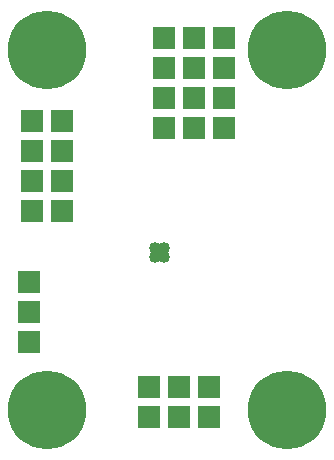
<source format=gbr>
G75*
%MOIN*%
%OFA0B0*%
%FSLAX25Y25*%
%IPPOS*%
%LPD*%
%AMOC8*
5,1,8,0,0,1.08239X$1,22.5*
%
%ADD10R,0.07300X0.07300*%
%ADD11C,0.26200*%
%ADD12C,0.03981*%
D10*
X0020350Y0051600D03*
X0020350Y0061600D03*
X0020350Y0071600D03*
X0021600Y0095350D03*
X0021600Y0105350D03*
X0031600Y0105350D03*
X0031600Y0095350D03*
X0031600Y0115350D03*
X0021600Y0115350D03*
X0021600Y0125350D03*
X0031600Y0125350D03*
X0065350Y0122850D03*
X0065350Y0132850D03*
X0065350Y0142850D03*
X0065350Y0152850D03*
X0075350Y0152850D03*
X0085350Y0152850D03*
X0085350Y0142850D03*
X0075350Y0142850D03*
X0075350Y0132850D03*
X0085350Y0132850D03*
X0085350Y0122850D03*
X0075350Y0122850D03*
X0070350Y0036600D03*
X0060350Y0036600D03*
X0060350Y0026600D03*
X0070350Y0026600D03*
X0080350Y0026600D03*
X0080350Y0036600D03*
D11*
X0026600Y0029100D03*
X0106600Y0029100D03*
X0106600Y0149100D03*
X0026600Y0149100D03*
D12*
X0062525Y0083175D03*
X0064100Y0081600D03*
X0062525Y0080025D03*
X0065675Y0080025D03*
X0065675Y0083175D03*
M02*

</source>
